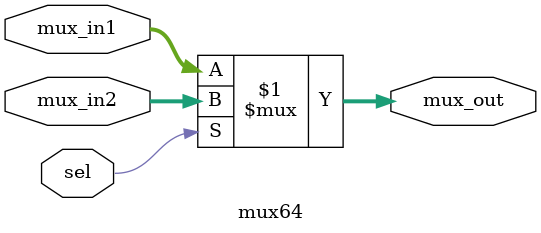
<source format=v>
`timescale 1ns / 1ps


module mux64(mux_in1, mux_in2, sel, mux_out);
    //Input and output declaration
    input [63:0] mux_in1, mux_in2;
    input sel;
    output [63:0] mux_out; 
    
    //If select (sel) is 1, output mux_in2, otherwise output mux_in1
    assign mux_out = sel ? mux_in2 : mux_in1;
    
endmodule

</source>
